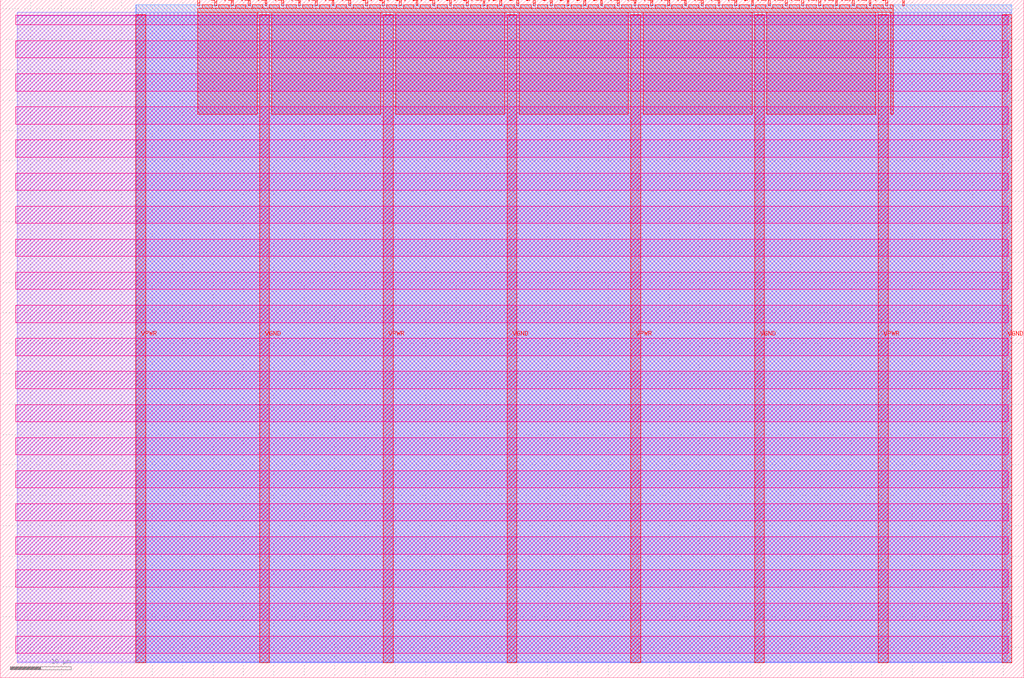
<source format=lef>
VERSION 5.7 ;
  NOWIREEXTENSIONATPIN ON ;
  DIVIDERCHAR "/" ;
  BUSBITCHARS "[]" ;
MACRO tt_um_lif_n
  CLASS BLOCK ;
  FOREIGN tt_um_lif_n ;
  ORIGIN 0.000 0.000 ;
  SIZE 168.360 BY 111.520 ;
  PIN VGND
    DIRECTION INOUT ;
    USE GROUND ;
    PORT
      LAYER met4 ;
        RECT 42.670 2.480 44.270 109.040 ;
    END
    PORT
      LAYER met4 ;
        RECT 83.380 2.480 84.980 109.040 ;
    END
    PORT
      LAYER met4 ;
        RECT 124.090 2.480 125.690 109.040 ;
    END
    PORT
      LAYER met4 ;
        RECT 164.800 2.480 166.400 109.040 ;
    END
  END VGND
  PIN VPWR
    DIRECTION INOUT ;
    USE POWER ;
    PORT
      LAYER met4 ;
        RECT 22.315 2.480 23.915 109.040 ;
    END
    PORT
      LAYER met4 ;
        RECT 63.025 2.480 64.625 109.040 ;
    END
    PORT
      LAYER met4 ;
        RECT 103.735 2.480 105.335 109.040 ;
    END
    PORT
      LAYER met4 ;
        RECT 144.445 2.480 146.045 109.040 ;
    END
  END VPWR
  PIN clk
    DIRECTION INPUT ;
    USE SIGNAL ;
    ANTENNAGATEAREA 0.852000 ;
    PORT
      LAYER met4 ;
        RECT 145.670 110.520 145.970 111.520 ;
    END
  END clk
  PIN ena
    DIRECTION INPUT ;
    USE SIGNAL ;
    PORT
      LAYER met4 ;
        RECT 148.430 110.520 148.730 111.520 ;
    END
  END ena
  PIN rst_n
    DIRECTION INPUT ;
    USE SIGNAL ;
    ANTENNAGATEAREA 0.213000 ;
    PORT
      LAYER met4 ;
        RECT 142.910 110.520 143.210 111.520 ;
    END
  END rst_n
  PIN ui_in[0]
    DIRECTION INPUT ;
    USE SIGNAL ;
    ANTENNAGATEAREA 0.196500 ;
    PORT
      LAYER met4 ;
        RECT 140.150 110.520 140.450 111.520 ;
    END
  END ui_in[0]
  PIN ui_in[1]
    DIRECTION INPUT ;
    USE SIGNAL ;
    ANTENNAGATEAREA 0.196500 ;
    PORT
      LAYER met4 ;
        RECT 137.390 110.520 137.690 111.520 ;
    END
  END ui_in[1]
  PIN ui_in[2]
    DIRECTION INPUT ;
    USE SIGNAL ;
    ANTENNAGATEAREA 0.196500 ;
    PORT
      LAYER met4 ;
        RECT 134.630 110.520 134.930 111.520 ;
    END
  END ui_in[2]
  PIN ui_in[3]
    DIRECTION INPUT ;
    USE SIGNAL ;
    ANTENNAGATEAREA 0.196500 ;
    PORT
      LAYER met4 ;
        RECT 131.870 110.520 132.170 111.520 ;
    END
  END ui_in[3]
  PIN ui_in[4]
    DIRECTION INPUT ;
    USE SIGNAL ;
    ANTENNAGATEAREA 0.196500 ;
    PORT
      LAYER met4 ;
        RECT 129.110 110.520 129.410 111.520 ;
    END
  END ui_in[4]
  PIN ui_in[5]
    DIRECTION INPUT ;
    USE SIGNAL ;
    ANTENNAGATEAREA 0.196500 ;
    PORT
      LAYER met4 ;
        RECT 126.350 110.520 126.650 111.520 ;
    END
  END ui_in[5]
  PIN ui_in[6]
    DIRECTION INPUT ;
    USE SIGNAL ;
    ANTENNAGATEAREA 0.196500 ;
    PORT
      LAYER met4 ;
        RECT 123.590 110.520 123.890 111.520 ;
    END
  END ui_in[6]
  PIN ui_in[7]
    DIRECTION INPUT ;
    USE SIGNAL ;
    ANTENNAGATEAREA 0.196500 ;
    PORT
      LAYER met4 ;
        RECT 120.830 110.520 121.130 111.520 ;
    END
  END ui_in[7]
  PIN uio_in[0]
    DIRECTION INPUT ;
    USE SIGNAL ;
    PORT
      LAYER met4 ;
        RECT 118.070 110.520 118.370 111.520 ;
    END
  END uio_in[0]
  PIN uio_in[1]
    DIRECTION INPUT ;
    USE SIGNAL ;
    PORT
      LAYER met4 ;
        RECT 115.310 110.520 115.610 111.520 ;
    END
  END uio_in[1]
  PIN uio_in[2]
    DIRECTION INPUT ;
    USE SIGNAL ;
    PORT
      LAYER met4 ;
        RECT 112.550 110.520 112.850 111.520 ;
    END
  END uio_in[2]
  PIN uio_in[3]
    DIRECTION INPUT ;
    USE SIGNAL ;
    PORT
      LAYER met4 ;
        RECT 109.790 110.520 110.090 111.520 ;
    END
  END uio_in[3]
  PIN uio_in[4]
    DIRECTION INPUT ;
    USE SIGNAL ;
    PORT
      LAYER met4 ;
        RECT 107.030 110.520 107.330 111.520 ;
    END
  END uio_in[4]
  PIN uio_in[5]
    DIRECTION INPUT ;
    USE SIGNAL ;
    PORT
      LAYER met4 ;
        RECT 104.270 110.520 104.570 111.520 ;
    END
  END uio_in[5]
  PIN uio_in[6]
    DIRECTION INPUT ;
    USE SIGNAL ;
    PORT
      LAYER met4 ;
        RECT 101.510 110.520 101.810 111.520 ;
    END
  END uio_in[6]
  PIN uio_in[7]
    DIRECTION INPUT ;
    USE SIGNAL ;
    PORT
      LAYER met4 ;
        RECT 98.750 110.520 99.050 111.520 ;
    END
  END uio_in[7]
  PIN uio_oe[0]
    DIRECTION OUTPUT TRISTATE ;
    USE SIGNAL ;
    PORT
      LAYER met4 ;
        RECT 51.830 110.520 52.130 111.520 ;
    END
  END uio_oe[0]
  PIN uio_oe[1]
    DIRECTION OUTPUT TRISTATE ;
    USE SIGNAL ;
    PORT
      LAYER met4 ;
        RECT 49.070 110.520 49.370 111.520 ;
    END
  END uio_oe[1]
  PIN uio_oe[2]
    DIRECTION OUTPUT TRISTATE ;
    USE SIGNAL ;
    PORT
      LAYER met4 ;
        RECT 46.310 110.520 46.610 111.520 ;
    END
  END uio_oe[2]
  PIN uio_oe[3]
    DIRECTION OUTPUT TRISTATE ;
    USE SIGNAL ;
    PORT
      LAYER met4 ;
        RECT 43.550 110.520 43.850 111.520 ;
    END
  END uio_oe[3]
  PIN uio_oe[4]
    DIRECTION OUTPUT TRISTATE ;
    USE SIGNAL ;
    PORT
      LAYER met4 ;
        RECT 40.790 110.520 41.090 111.520 ;
    END
  END uio_oe[4]
  PIN uio_oe[5]
    DIRECTION OUTPUT TRISTATE ;
    USE SIGNAL ;
    PORT
      LAYER met4 ;
        RECT 38.030 110.520 38.330 111.520 ;
    END
  END uio_oe[5]
  PIN uio_oe[6]
    DIRECTION OUTPUT TRISTATE ;
    USE SIGNAL ;
    PORT
      LAYER met4 ;
        RECT 35.270 110.520 35.570 111.520 ;
    END
  END uio_oe[6]
  PIN uio_oe[7]
    DIRECTION OUTPUT TRISTATE ;
    USE SIGNAL ;
    PORT
      LAYER met4 ;
        RECT 32.510 110.520 32.810 111.520 ;
    END
  END uio_oe[7]
  PIN uio_out[0]
    DIRECTION OUTPUT TRISTATE ;
    USE SIGNAL ;
    PORT
      LAYER met4 ;
        RECT 73.910 110.520 74.210 111.520 ;
    END
  END uio_out[0]
  PIN uio_out[1]
    DIRECTION OUTPUT TRISTATE ;
    USE SIGNAL ;
    PORT
      LAYER met4 ;
        RECT 71.150 110.520 71.450 111.520 ;
    END
  END uio_out[1]
  PIN uio_out[2]
    DIRECTION OUTPUT TRISTATE ;
    USE SIGNAL ;
    PORT
      LAYER met4 ;
        RECT 68.390 110.520 68.690 111.520 ;
    END
  END uio_out[2]
  PIN uio_out[3]
    DIRECTION OUTPUT TRISTATE ;
    USE SIGNAL ;
    PORT
      LAYER met4 ;
        RECT 65.630 110.520 65.930 111.520 ;
    END
  END uio_out[3]
  PIN uio_out[4]
    DIRECTION OUTPUT TRISTATE ;
    USE SIGNAL ;
    PORT
      LAYER met4 ;
        RECT 62.870 110.520 63.170 111.520 ;
    END
  END uio_out[4]
  PIN uio_out[5]
    DIRECTION OUTPUT TRISTATE ;
    USE SIGNAL ;
    PORT
      LAYER met4 ;
        RECT 60.110 110.520 60.410 111.520 ;
    END
  END uio_out[5]
  PIN uio_out[6]
    DIRECTION OUTPUT TRISTATE ;
    USE SIGNAL ;
    PORT
      LAYER met4 ;
        RECT 57.350 110.520 57.650 111.520 ;
    END
  END uio_out[6]
  PIN uio_out[7]
    DIRECTION OUTPUT TRISTATE ;
    USE SIGNAL ;
    ANTENNADIFFAREA 0.795200 ;
    PORT
      LAYER met4 ;
        RECT 54.590 110.520 54.890 111.520 ;
    END
  END uio_out[7]
  PIN uo_out[0]
    DIRECTION OUTPUT TRISTATE ;
    USE SIGNAL ;
    ANTENNADIFFAREA 0.445500 ;
    PORT
      LAYER met4 ;
        RECT 95.990 110.520 96.290 111.520 ;
    END
  END uo_out[0]
  PIN uo_out[1]
    DIRECTION OUTPUT TRISTATE ;
    USE SIGNAL ;
    ANTENNAGATEAREA 0.621000 ;
    ANTENNADIFFAREA 0.891000 ;
    PORT
      LAYER met4 ;
        RECT 93.230 110.520 93.530 111.520 ;
    END
  END uo_out[1]
  PIN uo_out[2]
    DIRECTION OUTPUT TRISTATE ;
    USE SIGNAL ;
    ANTENNAGATEAREA 1.242000 ;
    ANTENNADIFFAREA 0.891000 ;
    PORT
      LAYER met4 ;
        RECT 90.470 110.520 90.770 111.520 ;
    END
  END uo_out[2]
  PIN uo_out[3]
    DIRECTION OUTPUT TRISTATE ;
    USE SIGNAL ;
    ANTENNAGATEAREA 2.358000 ;
    ANTENNADIFFAREA 0.891000 ;
    PORT
      LAYER met4 ;
        RECT 87.710 110.520 88.010 111.520 ;
    END
  END uo_out[3]
  PIN uo_out[4]
    DIRECTION OUTPUT TRISTATE ;
    USE SIGNAL ;
    ANTENNAGATEAREA 2.110500 ;
    ANTENNADIFFAREA 0.891000 ;
    PORT
      LAYER met4 ;
        RECT 84.950 110.520 85.250 111.520 ;
    END
  END uo_out[4]
  PIN uo_out[5]
    DIRECTION OUTPUT TRISTATE ;
    USE SIGNAL ;
    ANTENNAGATEAREA 3.717000 ;
    ANTENNADIFFAREA 0.891000 ;
    PORT
      LAYER met4 ;
        RECT 82.190 110.520 82.490 111.520 ;
    END
  END uo_out[5]
  PIN uo_out[6]
    DIRECTION OUTPUT TRISTATE ;
    USE SIGNAL ;
    ANTENNAGATEAREA 1.737000 ;
    ANTENNADIFFAREA 0.891000 ;
    PORT
      LAYER met4 ;
        RECT 79.430 110.520 79.730 111.520 ;
    END
  END uo_out[6]
  PIN uo_out[7]
    DIRECTION OUTPUT TRISTATE ;
    USE SIGNAL ;
    ANTENNAGATEAREA 0.873000 ;
    ANTENNADIFFAREA 0.891000 ;
    PORT
      LAYER met4 ;
        RECT 76.670 110.520 76.970 111.520 ;
    END
  END uo_out[7]
  OBS
      LAYER nwell ;
        RECT 2.570 107.385 165.790 108.990 ;
        RECT 2.570 101.945 165.790 104.775 ;
        RECT 2.570 96.505 165.790 99.335 ;
        RECT 2.570 91.065 165.790 93.895 ;
        RECT 2.570 85.625 165.790 88.455 ;
        RECT 2.570 80.185 165.790 83.015 ;
        RECT 2.570 74.745 165.790 77.575 ;
        RECT 2.570 69.305 165.790 72.135 ;
        RECT 2.570 63.865 165.790 66.695 ;
        RECT 2.570 58.425 165.790 61.255 ;
        RECT 2.570 52.985 165.790 55.815 ;
        RECT 2.570 47.545 165.790 50.375 ;
        RECT 2.570 42.105 165.790 44.935 ;
        RECT 2.570 36.665 165.790 39.495 ;
        RECT 2.570 31.225 165.790 34.055 ;
        RECT 2.570 25.785 165.790 28.615 ;
        RECT 2.570 20.345 165.790 23.175 ;
        RECT 2.570 14.905 165.790 17.735 ;
        RECT 2.570 9.465 165.790 12.295 ;
        RECT 2.570 4.025 165.790 6.855 ;
      LAYER li1 ;
        RECT 2.760 2.635 165.600 108.885 ;
      LAYER met1 ;
        RECT 2.760 2.480 166.400 109.440 ;
      LAYER met2 ;
        RECT 22.345 2.535 166.370 110.685 ;
      LAYER met3 ;
        RECT 22.325 2.555 166.390 110.665 ;
      LAYER met4 ;
        RECT 33.210 110.120 34.870 110.665 ;
        RECT 35.970 110.120 37.630 110.665 ;
        RECT 38.730 110.120 40.390 110.665 ;
        RECT 41.490 110.120 43.150 110.665 ;
        RECT 44.250 110.120 45.910 110.665 ;
        RECT 47.010 110.120 48.670 110.665 ;
        RECT 49.770 110.120 51.430 110.665 ;
        RECT 52.530 110.120 54.190 110.665 ;
        RECT 55.290 110.120 56.950 110.665 ;
        RECT 58.050 110.120 59.710 110.665 ;
        RECT 60.810 110.120 62.470 110.665 ;
        RECT 63.570 110.120 65.230 110.665 ;
        RECT 66.330 110.120 67.990 110.665 ;
        RECT 69.090 110.120 70.750 110.665 ;
        RECT 71.850 110.120 73.510 110.665 ;
        RECT 74.610 110.120 76.270 110.665 ;
        RECT 77.370 110.120 79.030 110.665 ;
        RECT 80.130 110.120 81.790 110.665 ;
        RECT 82.890 110.120 84.550 110.665 ;
        RECT 85.650 110.120 87.310 110.665 ;
        RECT 88.410 110.120 90.070 110.665 ;
        RECT 91.170 110.120 92.830 110.665 ;
        RECT 93.930 110.120 95.590 110.665 ;
        RECT 96.690 110.120 98.350 110.665 ;
        RECT 99.450 110.120 101.110 110.665 ;
        RECT 102.210 110.120 103.870 110.665 ;
        RECT 104.970 110.120 106.630 110.665 ;
        RECT 107.730 110.120 109.390 110.665 ;
        RECT 110.490 110.120 112.150 110.665 ;
        RECT 113.250 110.120 114.910 110.665 ;
        RECT 116.010 110.120 117.670 110.665 ;
        RECT 118.770 110.120 120.430 110.665 ;
        RECT 121.530 110.120 123.190 110.665 ;
        RECT 124.290 110.120 125.950 110.665 ;
        RECT 127.050 110.120 128.710 110.665 ;
        RECT 129.810 110.120 131.470 110.665 ;
        RECT 132.570 110.120 134.230 110.665 ;
        RECT 135.330 110.120 136.990 110.665 ;
        RECT 138.090 110.120 139.750 110.665 ;
        RECT 140.850 110.120 142.510 110.665 ;
        RECT 143.610 110.120 145.270 110.665 ;
        RECT 146.370 110.120 146.905 110.665 ;
        RECT 32.495 109.440 146.905 110.120 ;
        RECT 32.495 92.655 42.270 109.440 ;
        RECT 44.670 92.655 62.625 109.440 ;
        RECT 65.025 92.655 82.980 109.440 ;
        RECT 85.380 92.655 103.335 109.440 ;
        RECT 105.735 92.655 123.690 109.440 ;
        RECT 126.090 92.655 144.045 109.440 ;
        RECT 146.445 92.655 146.905 109.440 ;
  END
END tt_um_lif_n
END LIBRARY


</source>
